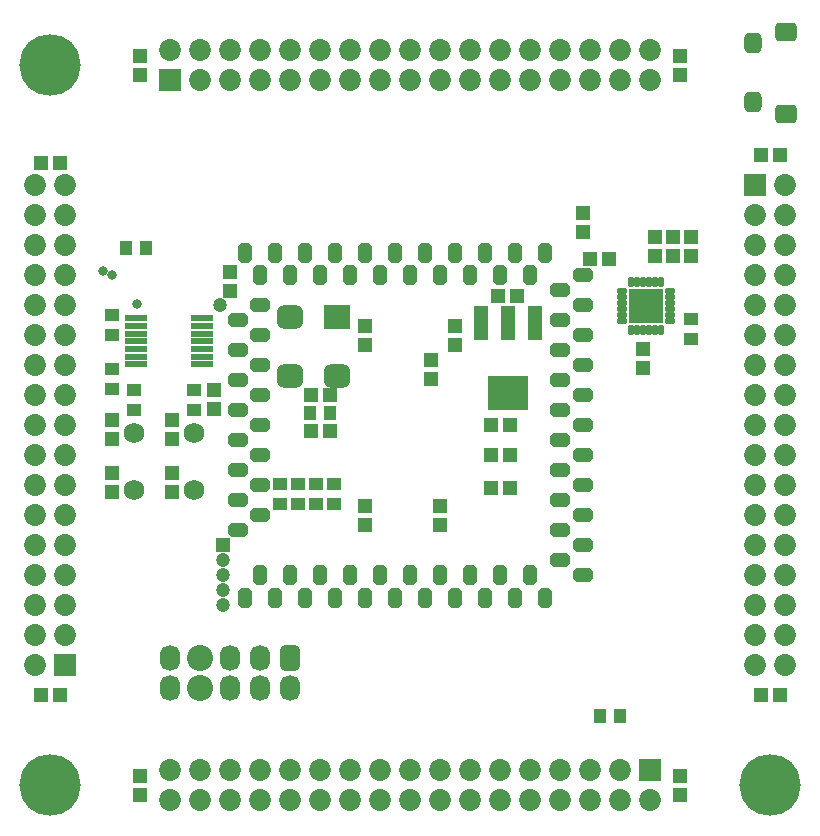
<source format=gbs>
G04*
G04 #@! TF.GenerationSoftware,Altium Limited,Altium Designer,20.0.11 (256)*
G04*
G04 Layer_Color=16711935*
%FSLAX25Y25*%
%MOIN*%
G70*
G01*
G75*
%ADD26C,0.06800*%
%ADD31R,0.04343X0.04737*%
%ADD34R,0.04737X0.04343*%
%ADD35C,0.20485*%
%ADD36O,0.06706X0.08674*%
%ADD37C,0.08674*%
G04:AMPARAMS|DCode=38|XSize=67.06mil|YSize=86.74mil|CornerRadius=18.76mil|HoleSize=0mil|Usage=FLASHONLY|Rotation=180.000|XOffset=0mil|YOffset=0mil|HoleType=Round|Shape=RoundedRectangle|*
%AMROUNDEDRECTD38*
21,1,0.06706,0.04921,0,0,180.0*
21,1,0.02953,0.08674,0,0,180.0*
1,1,0.03753,-0.01476,0.02461*
1,1,0.03753,0.01476,0.02461*
1,1,0.03753,0.01476,-0.02461*
1,1,0.03753,-0.01476,-0.02461*
%
%ADD38ROUNDEDRECTD38*%
%ADD39C,0.07296*%
%ADD40R,0.07296X0.07296*%
%ADD41R,0.07296X0.07296*%
G04:AMPARAMS|DCode=42|XSize=74.93mil|YSize=63.12mil|CornerRadius=17.78mil|HoleSize=0mil|Usage=FLASHONLY|Rotation=180.000|XOffset=0mil|YOffset=0mil|HoleType=Round|Shape=RoundedRectangle|*
%AMROUNDEDRECTD42*
21,1,0.07493,0.02756,0,0,180.0*
21,1,0.03937,0.06312,0,0,180.0*
1,1,0.03556,-0.01968,0.01378*
1,1,0.03556,0.01968,0.01378*
1,1,0.03556,0.01968,-0.01378*
1,1,0.03556,-0.01968,-0.01378*
%
%ADD42ROUNDEDRECTD42*%
G04:AMPARAMS|DCode=43|XSize=68mil|YSize=57.21mil|CornerRadius=16.3mil|HoleSize=0mil|Usage=FLASHONLY|Rotation=90.000|XOffset=0mil|YOffset=0mil|HoleType=Round|Shape=RoundedRectangle|*
%AMROUNDEDRECTD43*
21,1,0.06800,0.02461,0,0,90.0*
21,1,0.03539,0.05721,0,0,90.0*
1,1,0.03261,0.01230,0.01770*
1,1,0.03261,0.01230,-0.01770*
1,1,0.03261,-0.01230,-0.01770*
1,1,0.03261,-0.01230,0.01770*
%
%ADD43ROUNDEDRECTD43*%
%ADD44C,0.04737*%
%ADD45R,0.04737X0.04737*%
G04:AMPARAMS|DCode=46|XSize=47.37mil|YSize=67.06mil|CornerRadius=0mil|HoleSize=0mil|Usage=FLASHONLY|Rotation=180.000|XOffset=0mil|YOffset=0mil|HoleType=Round|Shape=Octagon|*
%AMOCTAGOND46*
4,1,8,0.01184,-0.03353,-0.01184,-0.03353,-0.02368,-0.02169,-0.02368,0.02169,-0.01184,0.03353,0.01184,0.03353,0.02368,0.02169,0.02368,-0.02169,0.01184,-0.03353,0.0*
%
%ADD46OCTAGOND46*%

G04:AMPARAMS|DCode=47|XSize=47.37mil|YSize=67.06mil|CornerRadius=0mil|HoleSize=0mil|Usage=FLASHONLY|Rotation=270.000|XOffset=0mil|YOffset=0mil|HoleType=Round|Shape=Octagon|*
%AMOCTAGOND47*
4,1,8,0.03353,0.01184,0.03353,-0.01184,0.02169,-0.02368,-0.02169,-0.02368,-0.03353,-0.01184,-0.03353,0.01184,-0.02169,0.02368,0.02169,0.02368,0.03353,0.01184,0.0*
%
%ADD47OCTAGOND47*%

%ADD48C,0.03162*%
%ADD74R,0.04737X0.04737*%
%ADD75R,0.13792X0.11430*%
%ADD76R,0.04737X0.11430*%
%ADD77R,0.08674X0.07887*%
G04:AMPARAMS|DCode=78|XSize=86.74mil|YSize=78.87mil|CornerRadius=21.72mil|HoleSize=0mil|Usage=FLASHONLY|Rotation=180.000|XOffset=0mil|YOffset=0mil|HoleType=Round|Shape=RoundedRectangle|*
%AMROUNDEDRECTD78*
21,1,0.08674,0.03543,0,0,180.0*
21,1,0.04331,0.07887,0,0,180.0*
1,1,0.04343,-0.02165,0.01772*
1,1,0.04343,0.02165,0.01772*
1,1,0.04343,0.02165,-0.01772*
1,1,0.04343,-0.02165,-0.01772*
%
%ADD78ROUNDEDRECTD78*%
%ADD79R,0.07296X0.01981*%
%ADD80R,0.11824X0.11824*%
%ADD81O,0.03753X0.01981*%
%ADD82O,0.01981X0.03753*%
D26*
X-92000Y-2500D02*
D03*
Y-21500D02*
D03*
X-72000Y-2500D02*
D03*
Y-21500D02*
D03*
D31*
X63153Y-97000D02*
D03*
X69846D02*
D03*
X-26654Y4000D02*
D03*
X-33346D02*
D03*
X-94846Y59000D02*
D03*
X-88153D02*
D03*
D34*
X93500Y35346D02*
D03*
Y28654D02*
D03*
X-99500Y18846D02*
D03*
Y12154D02*
D03*
X-92000Y5153D02*
D03*
Y11846D02*
D03*
X-72000Y5153D02*
D03*
Y11846D02*
D03*
X-43500Y-19654D02*
D03*
Y-26346D02*
D03*
X-37500Y-19654D02*
D03*
Y-26346D02*
D03*
X-31500Y-19654D02*
D03*
Y-26346D02*
D03*
X-25500Y-19654D02*
D03*
Y-26346D02*
D03*
X-99500Y30154D02*
D03*
Y36847D02*
D03*
D35*
X120000Y-120000D02*
D03*
X-120000D02*
D03*
Y120000D02*
D03*
D36*
X-80000Y-77500D02*
D03*
Y-87500D02*
D03*
X-60000Y-77500D02*
D03*
Y-87500D02*
D03*
X-50000Y-77500D02*
D03*
Y-87500D02*
D03*
X-40000D02*
D03*
D37*
X-70000Y-77500D02*
D03*
Y-87500D02*
D03*
D38*
X-40000Y-77500D02*
D03*
D39*
X40000Y115000D02*
D03*
Y125000D02*
D03*
X0Y115000D02*
D03*
Y125000D02*
D03*
X10000Y115000D02*
D03*
Y125000D02*
D03*
X-20000Y115000D02*
D03*
Y125000D02*
D03*
X-30000Y115000D02*
D03*
Y125000D02*
D03*
X-80000D02*
D03*
X-70000Y115000D02*
D03*
Y125000D02*
D03*
X-60000Y115000D02*
D03*
Y125000D02*
D03*
X-50000Y115000D02*
D03*
Y125000D02*
D03*
X-40000Y115000D02*
D03*
Y125000D02*
D03*
X-10000Y115000D02*
D03*
Y125000D02*
D03*
X20000Y115000D02*
D03*
Y125000D02*
D03*
X30000Y115000D02*
D03*
Y125000D02*
D03*
X60000Y115000D02*
D03*
Y125000D02*
D03*
X50000Y115000D02*
D03*
Y125000D02*
D03*
X80000Y115000D02*
D03*
Y125000D02*
D03*
X70000Y115000D02*
D03*
Y125000D02*
D03*
X-115000Y40000D02*
D03*
X-125000D02*
D03*
X-115000Y0D02*
D03*
X-125000D02*
D03*
X-115000Y10000D02*
D03*
X-125000D02*
D03*
X-115000Y-20000D02*
D03*
X-125000D02*
D03*
X-115000Y-30000D02*
D03*
X-125000D02*
D03*
Y-80000D02*
D03*
X-115000Y-70000D02*
D03*
X-125000D02*
D03*
X-115000Y-60000D02*
D03*
X-125000D02*
D03*
X-115000Y-50000D02*
D03*
X-125000D02*
D03*
X-115000Y-40000D02*
D03*
X-125000D02*
D03*
X-115000Y-10000D02*
D03*
X-125000D02*
D03*
X-115000Y20000D02*
D03*
X-125000D02*
D03*
X-115000Y30000D02*
D03*
X-125000D02*
D03*
X-115000Y60000D02*
D03*
X-125000D02*
D03*
X-115000Y50000D02*
D03*
X-125000D02*
D03*
X-115000Y80000D02*
D03*
X-125000D02*
D03*
X-115000Y70000D02*
D03*
X-125000D02*
D03*
X115000Y-40000D02*
D03*
X125000D02*
D03*
X115000Y0D02*
D03*
X125000D02*
D03*
X115000Y-10000D02*
D03*
X125000D02*
D03*
X115000Y20000D02*
D03*
X125000D02*
D03*
X115000Y30000D02*
D03*
X125000D02*
D03*
Y80000D02*
D03*
X115000Y70000D02*
D03*
X125000D02*
D03*
X115000Y60000D02*
D03*
X125000D02*
D03*
X115000Y50000D02*
D03*
X125000D02*
D03*
X115000Y40000D02*
D03*
X125000D02*
D03*
X115000Y10000D02*
D03*
X125000D02*
D03*
X115000Y-20000D02*
D03*
X125000D02*
D03*
X115000Y-30000D02*
D03*
X125000D02*
D03*
X115000Y-60000D02*
D03*
X125000D02*
D03*
X115000Y-50000D02*
D03*
X125000D02*
D03*
X115000Y-80000D02*
D03*
X125000D02*
D03*
X115000Y-70000D02*
D03*
X125000D02*
D03*
X-40000Y-115000D02*
D03*
Y-125000D02*
D03*
X0Y-115000D02*
D03*
Y-125000D02*
D03*
X-10000Y-115000D02*
D03*
Y-125000D02*
D03*
X20000Y-115000D02*
D03*
Y-125000D02*
D03*
X30000Y-115000D02*
D03*
Y-125000D02*
D03*
X80000D02*
D03*
X70000Y-115000D02*
D03*
Y-125000D02*
D03*
X60000Y-115000D02*
D03*
Y-125000D02*
D03*
X50000Y-115000D02*
D03*
Y-125000D02*
D03*
X40000Y-115000D02*
D03*
Y-125000D02*
D03*
X10000Y-115000D02*
D03*
Y-125000D02*
D03*
X-20000Y-115000D02*
D03*
Y-125000D02*
D03*
X-30000Y-115000D02*
D03*
Y-125000D02*
D03*
X-60000Y-115000D02*
D03*
Y-125000D02*
D03*
X-50000Y-115000D02*
D03*
Y-125000D02*
D03*
X-80000Y-115000D02*
D03*
Y-125000D02*
D03*
X-70000Y-115000D02*
D03*
Y-125000D02*
D03*
D40*
X-80000Y115000D02*
D03*
X80000Y-115000D02*
D03*
D41*
X-115000Y-80000D02*
D03*
X115000Y80000D02*
D03*
D42*
X125098Y103720D02*
D03*
Y131280D02*
D03*
D43*
X114370Y107658D02*
D03*
Y127342D02*
D03*
D44*
X-63500Y40000D02*
D03*
X-62500Y-60000D02*
D03*
Y-55000D02*
D03*
Y-50000D02*
D03*
Y-45000D02*
D03*
D45*
X-90000Y-123150D02*
D03*
Y-116850D02*
D03*
X57500Y70650D02*
D03*
Y64350D02*
D03*
X-60000Y44850D02*
D03*
Y51150D02*
D03*
X15000Y33150D02*
D03*
Y26850D02*
D03*
X7000Y15350D02*
D03*
Y21650D02*
D03*
X-90000Y123150D02*
D03*
Y116850D02*
D03*
X90000Y123150D02*
D03*
Y116850D02*
D03*
Y-123150D02*
D03*
Y-116850D02*
D03*
X77559Y19126D02*
D03*
Y25425D02*
D03*
X93500Y62650D02*
D03*
Y56350D02*
D03*
X87500Y62650D02*
D03*
Y56350D02*
D03*
X81550Y62650D02*
D03*
Y56350D02*
D03*
X-79500Y-15850D02*
D03*
Y-22150D02*
D03*
X-99500Y-15850D02*
D03*
Y-22150D02*
D03*
Y-4650D02*
D03*
Y1650D02*
D03*
X-65500Y11650D02*
D03*
Y5350D02*
D03*
X-79500Y-4650D02*
D03*
Y1650D02*
D03*
X-15000Y-33150D02*
D03*
Y-26850D02*
D03*
X10000Y-33150D02*
D03*
Y-26850D02*
D03*
X-15000Y33150D02*
D03*
Y26850D02*
D03*
X-62500Y-40000D02*
D03*
D46*
X-50000Y50000D02*
D03*
X-40000D02*
D03*
X-30000D02*
D03*
X-20000D02*
D03*
X-10000D02*
D03*
X0D02*
D03*
X10000D02*
D03*
X20000D02*
D03*
X30000D02*
D03*
X40000D02*
D03*
X-54997Y-57500D02*
D03*
X-50000Y-50000D02*
D03*
X-45000Y-57500D02*
D03*
X-40000Y-50000D02*
D03*
X45000Y57500D02*
D03*
X-35000Y-57500D02*
D03*
X-30000Y-50000D02*
D03*
X35000Y57500D02*
D03*
X-25000Y-57500D02*
D03*
X-20000Y-50000D02*
D03*
X25000Y57500D02*
D03*
X-15000Y-57500D02*
D03*
X-10000Y-50000D02*
D03*
X15000Y57500D02*
D03*
X-5000Y-57500D02*
D03*
X0Y-50000D02*
D03*
X5000Y57500D02*
D03*
Y-57500D02*
D03*
X10000Y-50000D02*
D03*
X-5000Y57500D02*
D03*
X15000Y-57500D02*
D03*
X20000Y-50000D02*
D03*
X-15000Y57500D02*
D03*
X25000Y-57500D02*
D03*
X30000Y-50000D02*
D03*
X-25000Y57500D02*
D03*
X35000Y-57500D02*
D03*
X40000Y-50000D02*
D03*
X-35000Y57500D02*
D03*
X45000Y-57500D02*
D03*
X-45000Y57500D02*
D03*
X-55000D02*
D03*
D47*
X50000Y45000D02*
D03*
Y-45000D02*
D03*
X-57500Y35000D02*
D03*
X57500Y-40000D02*
D03*
X-50000Y30000D02*
D03*
X50000Y-35000D02*
D03*
X-57500Y25000D02*
D03*
X57500Y-30000D02*
D03*
X-50000Y20000D02*
D03*
X50000Y-25000D02*
D03*
X-57500Y15000D02*
D03*
X57500Y-20000D02*
D03*
X-50000Y10000D02*
D03*
X50000Y-15000D02*
D03*
X-57500Y5000D02*
D03*
X57500Y-10000D02*
D03*
X50000Y-5000D02*
D03*
X-50000Y0D02*
D03*
X57500D02*
D03*
X-57500Y-5000D02*
D03*
X50000Y5000D02*
D03*
X-50000Y-10000D02*
D03*
X57500Y10000D02*
D03*
X-57500Y-15000D02*
D03*
X50000Y15000D02*
D03*
X-50000Y-20000D02*
D03*
X57500Y20000D02*
D03*
X-57500Y-25000D02*
D03*
X50000Y25000D02*
D03*
X-50000Y-30000D02*
D03*
X57500Y30000D02*
D03*
X-57500Y-35000D02*
D03*
X50000Y35000D02*
D03*
X57500Y40000D02*
D03*
Y50000D02*
D03*
Y-50000D02*
D03*
X-50000Y40000D02*
D03*
D48*
X-102500Y51500D02*
D03*
X-91000Y40500D02*
D03*
X-99500Y50000D02*
D03*
D74*
X29350Y43055D02*
D03*
X35650D02*
D03*
X123150Y90000D02*
D03*
X116850D02*
D03*
X123150Y-90000D02*
D03*
X116850D02*
D03*
X59850Y55500D02*
D03*
X66150D02*
D03*
X-123150Y87500D02*
D03*
X-116850D02*
D03*
X-123150Y-90000D02*
D03*
X-116850D02*
D03*
X33150Y-21000D02*
D03*
X26850D02*
D03*
X33150Y-10000D02*
D03*
X26850D02*
D03*
X33150Y0D02*
D03*
X26850D02*
D03*
X-33150Y-2000D02*
D03*
X-26850D02*
D03*
X-33150Y10000D02*
D03*
X-26850D02*
D03*
D75*
X32500Y10886D02*
D03*
D76*
X41555Y34114D02*
D03*
X32500D02*
D03*
X23445D02*
D03*
D77*
X-24500Y36185D02*
D03*
D78*
X-40248D02*
D03*
X-24500Y16500D02*
D03*
X-40248D02*
D03*
D79*
X-69575Y35677D02*
D03*
Y33118D02*
D03*
Y30559D02*
D03*
Y28000D02*
D03*
Y25441D02*
D03*
Y22882D02*
D03*
Y20323D02*
D03*
X-91425Y35677D02*
D03*
Y33118D02*
D03*
Y30559D02*
D03*
Y28000D02*
D03*
Y25441D02*
D03*
Y22882D02*
D03*
Y20323D02*
D03*
D80*
X78559Y39776D02*
D03*
D81*
X70587Y44697D02*
D03*
Y42728D02*
D03*
Y40760D02*
D03*
Y38791D02*
D03*
Y36823D02*
D03*
Y34854D02*
D03*
X86532D02*
D03*
Y36823D02*
D03*
Y38791D02*
D03*
Y40760D02*
D03*
Y42728D02*
D03*
Y44697D02*
D03*
D82*
X73638Y31803D02*
D03*
X75606D02*
D03*
X77575D02*
D03*
X79543D02*
D03*
X81512D02*
D03*
X83480D02*
D03*
Y47748D02*
D03*
X81512D02*
D03*
X79543D02*
D03*
X77575D02*
D03*
X75606D02*
D03*
X73638D02*
D03*
M02*

</source>
